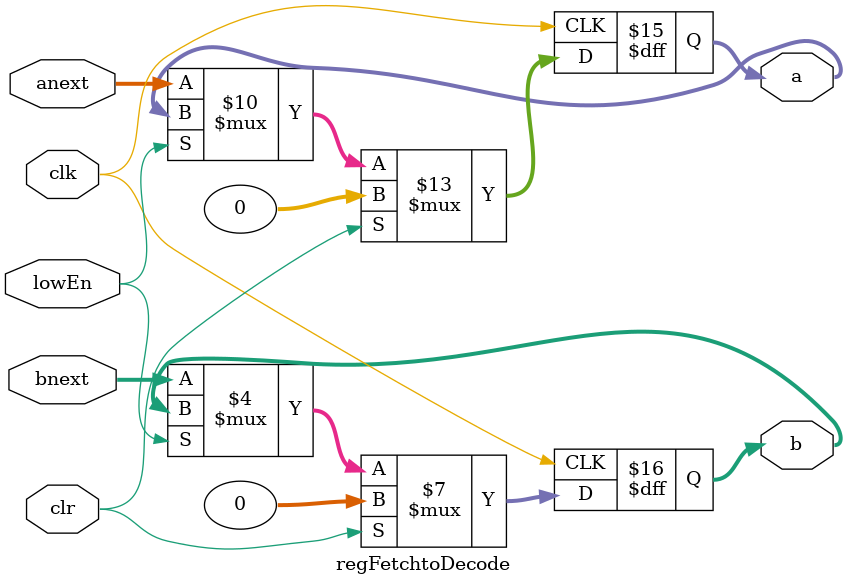
<source format=sv>
`timescale 1ns / 1ps


module regFetchtoDecode(
input logic clk, lowEn, clr,
input logic [31:0] anext, bnext,
output logic [31:0] a, b
    );
    always_ff@(posedge clk)
    begin
        if(clr) 
            begin
             a<=0;
             b<=0;
            end
        else if(~lowEn)
            begin
             a<=anext;
             b<=bnext;
            end
        else
            begin 
             a<=a;
             b<=b;
            end
    end
endmodule


</source>
